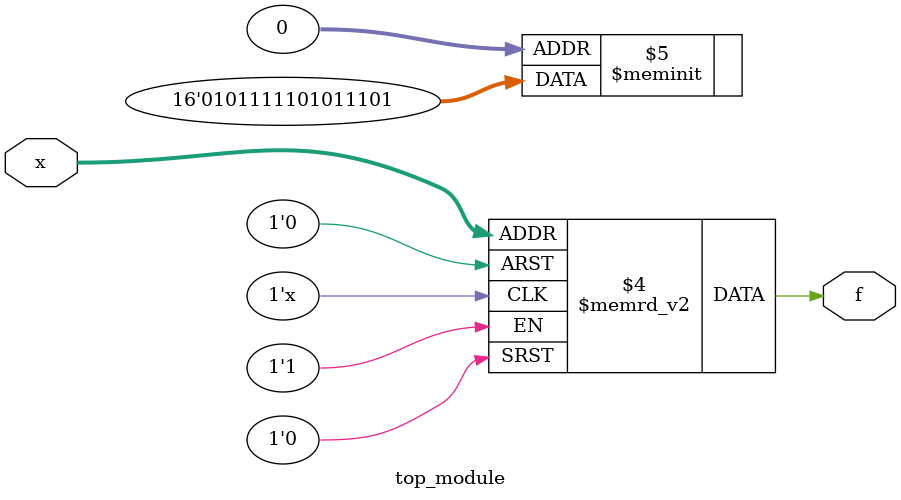
<source format=sv>
module top_module (
    input [4:1] x,
    output logic f
);

always_comb begin
    case ({x[4], x[3], x[2], x[1]})
        4'b0001: f = 1'b0;
        4'b0011: f = 1'b1;
        4'b0101: f = 1'b0;
        4'b0111: f = 1'b0;
        4'b1001: f = 1'b1;
        4'b1011: f = 1'b1;
        4'b1101: f = 1'b0;
        4'b1111: f = 1'b0;
        default: f = 1'b1; // Don't-care condition
    endcase
end

endmodule

</source>
